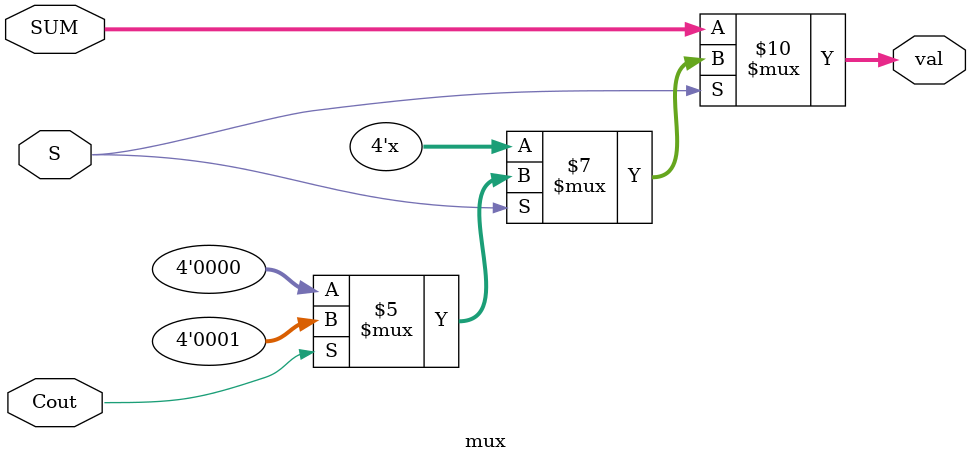
<source format=v>
`timescale 1ns / 1ps


module muxAdder(A, B, S, disp);
    input [3:0] A, B;
    input S;
    output [6:0] disp;
    
    //internal variables
    wire [3:0]SUM;
    wire CI;
    wire Cout;
    wire [3:0] val;
    assign CI = 0;
    
    fourBit uut0(.A(A), .B(B), .CI (CI), .SUM (SUM), .CO (Cout));
    mux uut1(.S(S), .Cout(Cout), .SUM(SUM), .val(val));
    
    sevenSeg uut2(.SUM(val), .display(disp));
    
endmodule

module oneBit(
    input A,
    input B,
    input CI,
    output  SUM,
    output  CO
    );
    
   assign CO = CI & (A | B) | (A & B);
   assign SUM = (CI ^ B ^ A) | (A & B & CI); 
endmodule

module fourBit(
    input [3:0] A,
    input [3:0] B,
    input CI,
    output [3:0] SUM,
    output CO
    );
    
    wire [3:0] cOut;
    
    oneBit add0(.A(A[0]), .B(B[0]), .CI (CI), .SUM (SUM[0]), .CO (cOut[0]));
    oneBit add1(.A(A[1]), .B(B[1]), .CI (cOut[0]), .SUM (SUM[1]), .CO (cOut[1]));
    oneBit add2(.A(A[2]), .B(B[2]), .CI (cOut[1]), .SUM (SUM[2]), .CO (cOut[2]));
    oneBit add3(.A(A[3]), .B(B[3]), .CI (cOut[2]), .SUM (SUM[3]), .CO (CO));
    
endmodule


module sevenSeg(SUM, display);
    input [3:0] SUM;
    output [6:0] display;
    reg [6:0] disp;
    
    always @ (SUM)
       begin
         case (SUM)
            4'b0000: disp = 7'b1000000; //0
            4'b0001: disp = 7'b1111001; //1
            4'b0010: disp = 7'b0100100; //2
            4'b0011: disp = 7'b0110000;//3
            4'b0100: disp = 7'b0011001; //4
            4'b0101: disp = 7'b0010010; //5
            4'b0110: disp = 7'b0000010; //6
            4'b0111: disp = 7'b1111000; //7
            4'b1000: disp = 7'b0000000; //8
            4'b1001: disp = 7'b0011000; //9
            4'b1010: disp = 7'b1000000; //10
            4'b1011: disp = 7'b1000000; //11
            4'b1100: disp = 7'b1000000; //12
            4'b1101: disp = 7'b1000000; //13
            4'b1110: disp = 7'b1000000; //14
            4'b1111: disp = 7'b1000000; //15
         endcase
       end
     
     assign display = disp;

endmodule

module mux(input S, input Cout, input [3:0] SUM, output reg [3:0] val);
        always @ (S, Cout)
        if(S)
            begin
             if (!Cout)
                val = 4'b0000;
             else
                val = 4'b0001;   
            end
        else
            val = SUM;
endmodule

</source>
